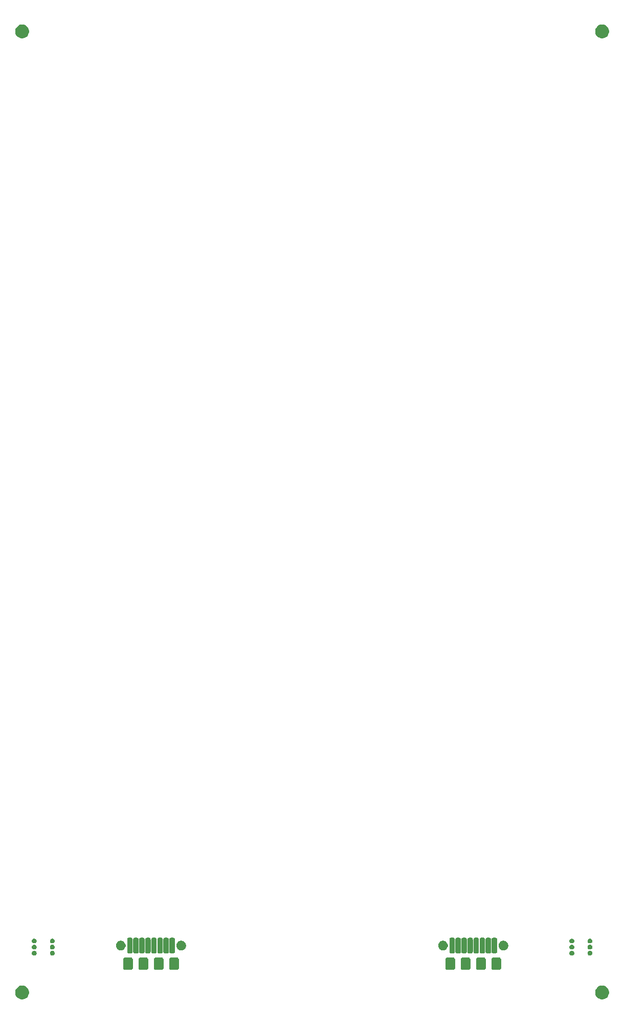
<source format=gbr>
G04 #@! TF.GenerationSoftware,KiCad,Pcbnew,(5.1.2)-2*
G04 #@! TF.CreationDate,2019-11-14T14:10:45+01:00*
G04 #@! TF.ProjectId,INTERFACE,494e5445-5246-4414-9345-2e6b69636164,rev?*
G04 #@! TF.SameCoordinates,Original*
G04 #@! TF.FileFunction,Soldermask,Bot*
G04 #@! TF.FilePolarity,Negative*
%FSLAX46Y46*%
G04 Gerber Fmt 4.6, Leading zero omitted, Abs format (unit mm)*
G04 Created by KiCad (PCBNEW (5.1.2)-2) date 2019-11-14 14:10:45*
%MOMM*%
%LPD*%
G04 APERTURE LIST*
%ADD10C,0.100000*%
G04 APERTURE END LIST*
D10*
G36*
X148335151Y-109895155D02*
G01*
X148544256Y-109981769D01*
X148732445Y-110107513D01*
X148892487Y-110267555D01*
X149018231Y-110455744D01*
X149104845Y-110664849D01*
X149149000Y-110886833D01*
X149149000Y-111113167D01*
X149104845Y-111335151D01*
X149018231Y-111544256D01*
X148892487Y-111732445D01*
X148732445Y-111892487D01*
X148544256Y-112018231D01*
X148335151Y-112104845D01*
X148113167Y-112149000D01*
X147886833Y-112149000D01*
X147664849Y-112104845D01*
X147455744Y-112018231D01*
X147267555Y-111892487D01*
X147107513Y-111732445D01*
X146981769Y-111544256D01*
X146895155Y-111335151D01*
X146851000Y-111113167D01*
X146851000Y-110886833D01*
X146895155Y-110664849D01*
X146981769Y-110455744D01*
X147107513Y-110267555D01*
X147267555Y-110107513D01*
X147455744Y-109981769D01*
X147664849Y-109895155D01*
X147886833Y-109851000D01*
X148113167Y-109851000D01*
X148335151Y-109895155D01*
X148335151Y-109895155D01*
G37*
G36*
X52335151Y-109895155D02*
G01*
X52544256Y-109981769D01*
X52732445Y-110107513D01*
X52892487Y-110267555D01*
X53018231Y-110455744D01*
X53104845Y-110664849D01*
X53149000Y-110886833D01*
X53149000Y-111113167D01*
X53104845Y-111335151D01*
X53018231Y-111544256D01*
X52892487Y-111732445D01*
X52732445Y-111892487D01*
X52544256Y-112018231D01*
X52335151Y-112104845D01*
X52113167Y-112149000D01*
X51886833Y-112149000D01*
X51664849Y-112104845D01*
X51455744Y-112018231D01*
X51267555Y-111892487D01*
X51107513Y-111732445D01*
X50981769Y-111544256D01*
X50895155Y-111335151D01*
X50851000Y-111113167D01*
X50851000Y-110886833D01*
X50895155Y-110664849D01*
X50981769Y-110455744D01*
X51107513Y-110267555D01*
X51267555Y-110107513D01*
X51455744Y-109981769D01*
X51664849Y-109895155D01*
X51886833Y-109851000D01*
X52113167Y-109851000D01*
X52335151Y-109895155D01*
X52335151Y-109895155D01*
G37*
G36*
X72547480Y-105208555D02*
G01*
X72620051Y-105230570D01*
X72686939Y-105266322D01*
X72745565Y-105314435D01*
X72793678Y-105373061D01*
X72829430Y-105439949D01*
X72851445Y-105512520D01*
X72859000Y-105589232D01*
X72859000Y-106910768D01*
X72851445Y-106987480D01*
X72829430Y-107060051D01*
X72793678Y-107126939D01*
X72745565Y-107185565D01*
X72686939Y-107233678D01*
X72620051Y-107269430D01*
X72547480Y-107291445D01*
X72470768Y-107299000D01*
X71649232Y-107299000D01*
X71572520Y-107291445D01*
X71499949Y-107269430D01*
X71433061Y-107233678D01*
X71374435Y-107185565D01*
X71326322Y-107126939D01*
X71290570Y-107060051D01*
X71268555Y-106987480D01*
X71261000Y-106910768D01*
X71261000Y-105589232D01*
X71268555Y-105512520D01*
X71290570Y-105439949D01*
X71326322Y-105373061D01*
X71374435Y-105314435D01*
X71433061Y-105266322D01*
X71499949Y-105230570D01*
X71572520Y-105208555D01*
X71649232Y-105201000D01*
X72470768Y-105201000D01*
X72547480Y-105208555D01*
X72547480Y-105208555D01*
G37*
G36*
X75087480Y-105208555D02*
G01*
X75160051Y-105230570D01*
X75226939Y-105266322D01*
X75285565Y-105314435D01*
X75333678Y-105373061D01*
X75369430Y-105439949D01*
X75391445Y-105512520D01*
X75399000Y-105589232D01*
X75399000Y-106910768D01*
X75391445Y-106987480D01*
X75369430Y-107060051D01*
X75333678Y-107126939D01*
X75285565Y-107185565D01*
X75226939Y-107233678D01*
X75160051Y-107269430D01*
X75087480Y-107291445D01*
X75010768Y-107299000D01*
X74189232Y-107299000D01*
X74112520Y-107291445D01*
X74039949Y-107269430D01*
X73973061Y-107233678D01*
X73914435Y-107185565D01*
X73866322Y-107126939D01*
X73830570Y-107060051D01*
X73808555Y-106987480D01*
X73801000Y-106910768D01*
X73801000Y-105589232D01*
X73808555Y-105512520D01*
X73830570Y-105439949D01*
X73866322Y-105373061D01*
X73914435Y-105314435D01*
X73973061Y-105266322D01*
X74039949Y-105230570D01*
X74112520Y-105208555D01*
X74189232Y-105201000D01*
X75010768Y-105201000D01*
X75087480Y-105208555D01*
X75087480Y-105208555D01*
G37*
G36*
X77627480Y-105208555D02*
G01*
X77700051Y-105230570D01*
X77766939Y-105266322D01*
X77825565Y-105314435D01*
X77873678Y-105373061D01*
X77909430Y-105439949D01*
X77931445Y-105512520D01*
X77939000Y-105589232D01*
X77939000Y-106910768D01*
X77931445Y-106987480D01*
X77909430Y-107060051D01*
X77873678Y-107126939D01*
X77825565Y-107185565D01*
X77766939Y-107233678D01*
X77700051Y-107269430D01*
X77627480Y-107291445D01*
X77550768Y-107299000D01*
X76729232Y-107299000D01*
X76652520Y-107291445D01*
X76579949Y-107269430D01*
X76513061Y-107233678D01*
X76454435Y-107185565D01*
X76406322Y-107126939D01*
X76370570Y-107060051D01*
X76348555Y-106987480D01*
X76341000Y-106910768D01*
X76341000Y-105589232D01*
X76348555Y-105512520D01*
X76370570Y-105439949D01*
X76406322Y-105373061D01*
X76454435Y-105314435D01*
X76513061Y-105266322D01*
X76579949Y-105230570D01*
X76652520Y-105208555D01*
X76729232Y-105201000D01*
X77550768Y-105201000D01*
X77627480Y-105208555D01*
X77627480Y-105208555D01*
G37*
G36*
X123347480Y-105208555D02*
G01*
X123420051Y-105230570D01*
X123486939Y-105266322D01*
X123545565Y-105314435D01*
X123593678Y-105373061D01*
X123629430Y-105439949D01*
X123651445Y-105512520D01*
X123659000Y-105589232D01*
X123659000Y-106910768D01*
X123651445Y-106987480D01*
X123629430Y-107060051D01*
X123593678Y-107126939D01*
X123545565Y-107185565D01*
X123486939Y-107233678D01*
X123420051Y-107269430D01*
X123347480Y-107291445D01*
X123270768Y-107299000D01*
X122449232Y-107299000D01*
X122372520Y-107291445D01*
X122299949Y-107269430D01*
X122233061Y-107233678D01*
X122174435Y-107185565D01*
X122126322Y-107126939D01*
X122090570Y-107060051D01*
X122068555Y-106987480D01*
X122061000Y-106910768D01*
X122061000Y-105589232D01*
X122068555Y-105512520D01*
X122090570Y-105439949D01*
X122126322Y-105373061D01*
X122174435Y-105314435D01*
X122233061Y-105266322D01*
X122299949Y-105230570D01*
X122372520Y-105208555D01*
X122449232Y-105201000D01*
X123270768Y-105201000D01*
X123347480Y-105208555D01*
X123347480Y-105208555D01*
G37*
G36*
X125887480Y-105208555D02*
G01*
X125960051Y-105230570D01*
X126026939Y-105266322D01*
X126085565Y-105314435D01*
X126133678Y-105373061D01*
X126169430Y-105439949D01*
X126191445Y-105512520D01*
X126199000Y-105589232D01*
X126199000Y-106910768D01*
X126191445Y-106987480D01*
X126169430Y-107060051D01*
X126133678Y-107126939D01*
X126085565Y-107185565D01*
X126026939Y-107233678D01*
X125960051Y-107269430D01*
X125887480Y-107291445D01*
X125810768Y-107299000D01*
X124989232Y-107299000D01*
X124912520Y-107291445D01*
X124839949Y-107269430D01*
X124773061Y-107233678D01*
X124714435Y-107185565D01*
X124666322Y-107126939D01*
X124630570Y-107060051D01*
X124608555Y-106987480D01*
X124601000Y-106910768D01*
X124601000Y-105589232D01*
X124608555Y-105512520D01*
X124630570Y-105439949D01*
X124666322Y-105373061D01*
X124714435Y-105314435D01*
X124773061Y-105266322D01*
X124839949Y-105230570D01*
X124912520Y-105208555D01*
X124989232Y-105201000D01*
X125810768Y-105201000D01*
X125887480Y-105208555D01*
X125887480Y-105208555D01*
G37*
G36*
X128427480Y-105208555D02*
G01*
X128500051Y-105230570D01*
X128566939Y-105266322D01*
X128625565Y-105314435D01*
X128673678Y-105373061D01*
X128709430Y-105439949D01*
X128731445Y-105512520D01*
X128739000Y-105589232D01*
X128739000Y-106910768D01*
X128731445Y-106987480D01*
X128709430Y-107060051D01*
X128673678Y-107126939D01*
X128625565Y-107185565D01*
X128566939Y-107233678D01*
X128500051Y-107269430D01*
X128427480Y-107291445D01*
X128350768Y-107299000D01*
X127529232Y-107299000D01*
X127452520Y-107291445D01*
X127379949Y-107269430D01*
X127313061Y-107233678D01*
X127254435Y-107185565D01*
X127206322Y-107126939D01*
X127170570Y-107060051D01*
X127148555Y-106987480D01*
X127141000Y-106910768D01*
X127141000Y-105589232D01*
X127148555Y-105512520D01*
X127170570Y-105439949D01*
X127206322Y-105373061D01*
X127254435Y-105314435D01*
X127313061Y-105266322D01*
X127379949Y-105230570D01*
X127452520Y-105208555D01*
X127529232Y-105201000D01*
X128350768Y-105201000D01*
X128427480Y-105208555D01*
X128427480Y-105208555D01*
G37*
G36*
X130967480Y-105208555D02*
G01*
X131040051Y-105230570D01*
X131106939Y-105266322D01*
X131165565Y-105314435D01*
X131213678Y-105373061D01*
X131249430Y-105439949D01*
X131271445Y-105512520D01*
X131279000Y-105589232D01*
X131279000Y-106910768D01*
X131271445Y-106987480D01*
X131249430Y-107060051D01*
X131213678Y-107126939D01*
X131165565Y-107185565D01*
X131106939Y-107233678D01*
X131040051Y-107269430D01*
X130967480Y-107291445D01*
X130890768Y-107299000D01*
X130069232Y-107299000D01*
X129992520Y-107291445D01*
X129919949Y-107269430D01*
X129853061Y-107233678D01*
X129794435Y-107185565D01*
X129746322Y-107126939D01*
X129710570Y-107060051D01*
X129688555Y-106987480D01*
X129681000Y-106910768D01*
X129681000Y-105589232D01*
X129688555Y-105512520D01*
X129710570Y-105439949D01*
X129746322Y-105373061D01*
X129794435Y-105314435D01*
X129853061Y-105266322D01*
X129919949Y-105230570D01*
X129992520Y-105208555D01*
X130069232Y-105201000D01*
X130890768Y-105201000D01*
X130967480Y-105208555D01*
X130967480Y-105208555D01*
G37*
G36*
X70007480Y-105208555D02*
G01*
X70080051Y-105230570D01*
X70146939Y-105266322D01*
X70205565Y-105314435D01*
X70253678Y-105373061D01*
X70289430Y-105439949D01*
X70311445Y-105512520D01*
X70319000Y-105589232D01*
X70319000Y-106910768D01*
X70311445Y-106987480D01*
X70289430Y-107060051D01*
X70253678Y-107126939D01*
X70205565Y-107185565D01*
X70146939Y-107233678D01*
X70080051Y-107269430D01*
X70007480Y-107291445D01*
X69930768Y-107299000D01*
X69109232Y-107299000D01*
X69032520Y-107291445D01*
X68959949Y-107269430D01*
X68893061Y-107233678D01*
X68834435Y-107185565D01*
X68786322Y-107126939D01*
X68750570Y-107060051D01*
X68728555Y-106987480D01*
X68721000Y-106910768D01*
X68721000Y-105589232D01*
X68728555Y-105512520D01*
X68750570Y-105439949D01*
X68786322Y-105373061D01*
X68834435Y-105314435D01*
X68893061Y-105266322D01*
X68959949Y-105230570D01*
X69032520Y-105208555D01*
X69109232Y-105201000D01*
X69930768Y-105201000D01*
X70007480Y-105208555D01*
X70007480Y-105208555D01*
G37*
G36*
X143116384Y-104116333D02*
G01*
X143188998Y-104146410D01*
X143254348Y-104190076D01*
X143309924Y-104245652D01*
X143353590Y-104311002D01*
X143383667Y-104383616D01*
X143399000Y-104460702D01*
X143399000Y-104539298D01*
X143383667Y-104616384D01*
X143353590Y-104688998D01*
X143309924Y-104754348D01*
X143254348Y-104809924D01*
X143188998Y-104853590D01*
X143116384Y-104883667D01*
X143039298Y-104899000D01*
X142960702Y-104899000D01*
X142883616Y-104883667D01*
X142811002Y-104853590D01*
X142745652Y-104809924D01*
X142690076Y-104754348D01*
X142646410Y-104688998D01*
X142616333Y-104616384D01*
X142601000Y-104539298D01*
X142601000Y-104460702D01*
X142616333Y-104383616D01*
X142646410Y-104311002D01*
X142690076Y-104245652D01*
X142745652Y-104190076D01*
X142811002Y-104146410D01*
X142883616Y-104116333D01*
X142960702Y-104101000D01*
X143039298Y-104101000D01*
X143116384Y-104116333D01*
X143116384Y-104116333D01*
G37*
G36*
X57116384Y-104116333D02*
G01*
X57188998Y-104146410D01*
X57254348Y-104190076D01*
X57309924Y-104245652D01*
X57353590Y-104311002D01*
X57383667Y-104383616D01*
X57399000Y-104460702D01*
X57399000Y-104539298D01*
X57383667Y-104616384D01*
X57353590Y-104688998D01*
X57309924Y-104754348D01*
X57254348Y-104809924D01*
X57188998Y-104853590D01*
X57116384Y-104883667D01*
X57039298Y-104899000D01*
X56960702Y-104899000D01*
X56883616Y-104883667D01*
X56811002Y-104853590D01*
X56745652Y-104809924D01*
X56690076Y-104754348D01*
X56646410Y-104688998D01*
X56616333Y-104616384D01*
X56601000Y-104539298D01*
X56601000Y-104460702D01*
X56616333Y-104383616D01*
X56646410Y-104311002D01*
X56690076Y-104245652D01*
X56745652Y-104190076D01*
X56811002Y-104146410D01*
X56883616Y-104116333D01*
X56960702Y-104101000D01*
X57039298Y-104101000D01*
X57116384Y-104116333D01*
X57116384Y-104116333D01*
G37*
G36*
X146116384Y-104116333D02*
G01*
X146188998Y-104146410D01*
X146254348Y-104190076D01*
X146309924Y-104245652D01*
X146353590Y-104311002D01*
X146383667Y-104383616D01*
X146399000Y-104460702D01*
X146399000Y-104539298D01*
X146383667Y-104616384D01*
X146353590Y-104688998D01*
X146309924Y-104754348D01*
X146254348Y-104809924D01*
X146188998Y-104853590D01*
X146116384Y-104883667D01*
X146039298Y-104899000D01*
X145960702Y-104899000D01*
X145883616Y-104883667D01*
X145811002Y-104853590D01*
X145745652Y-104809924D01*
X145690076Y-104754348D01*
X145646410Y-104688998D01*
X145616333Y-104616384D01*
X145601000Y-104539298D01*
X145601000Y-104460702D01*
X145616333Y-104383616D01*
X145646410Y-104311002D01*
X145690076Y-104245652D01*
X145745652Y-104190076D01*
X145811002Y-104146410D01*
X145883616Y-104116333D01*
X145960702Y-104101000D01*
X146039298Y-104101000D01*
X146116384Y-104116333D01*
X146116384Y-104116333D01*
G37*
G36*
X54116384Y-104116333D02*
G01*
X54188998Y-104146410D01*
X54254348Y-104190076D01*
X54309924Y-104245652D01*
X54353590Y-104311002D01*
X54383667Y-104383616D01*
X54399000Y-104460702D01*
X54399000Y-104539298D01*
X54383667Y-104616384D01*
X54353590Y-104688998D01*
X54309924Y-104754348D01*
X54254348Y-104809924D01*
X54188998Y-104853590D01*
X54116384Y-104883667D01*
X54039298Y-104899000D01*
X53960702Y-104899000D01*
X53883616Y-104883667D01*
X53811002Y-104853590D01*
X53745652Y-104809924D01*
X53690076Y-104754348D01*
X53646410Y-104688998D01*
X53616333Y-104616384D01*
X53601000Y-104539298D01*
X53601000Y-104460702D01*
X53616333Y-104383616D01*
X53646410Y-104311002D01*
X53690076Y-104245652D01*
X53745652Y-104190076D01*
X53811002Y-104146410D01*
X53883616Y-104116333D01*
X53960702Y-104101000D01*
X54039298Y-104101000D01*
X54116384Y-104116333D01*
X54116384Y-104116333D01*
G37*
G36*
X70061030Y-101956322D02*
G01*
X70111799Y-101971723D01*
X70158590Y-101996733D01*
X70199606Y-102030394D01*
X70233267Y-102071410D01*
X70258277Y-102118201D01*
X70273678Y-102168970D01*
X70279000Y-102223008D01*
X70279000Y-104276992D01*
X70273678Y-104331030D01*
X70258277Y-104381799D01*
X70233267Y-104428590D01*
X70199606Y-104469606D01*
X70158590Y-104503267D01*
X70111799Y-104528277D01*
X70061030Y-104543678D01*
X70006992Y-104549000D01*
X69653008Y-104549000D01*
X69598970Y-104543678D01*
X69548201Y-104528277D01*
X69501410Y-104503267D01*
X69460394Y-104469606D01*
X69426733Y-104428590D01*
X69401723Y-104381799D01*
X69386322Y-104331030D01*
X69381000Y-104276992D01*
X69381000Y-102223008D01*
X69386322Y-102168970D01*
X69401723Y-102118201D01*
X69426733Y-102071410D01*
X69460394Y-102030394D01*
X69501410Y-101996733D01*
X69548201Y-101971723D01*
X69598970Y-101956322D01*
X69653008Y-101951000D01*
X70006992Y-101951000D01*
X70061030Y-101956322D01*
X70061030Y-101956322D01*
G37*
G36*
X71061030Y-101956322D02*
G01*
X71111799Y-101971723D01*
X71158590Y-101996733D01*
X71199606Y-102030394D01*
X71233267Y-102071410D01*
X71258277Y-102118201D01*
X71273678Y-102168970D01*
X71279000Y-102223008D01*
X71279000Y-104276992D01*
X71273678Y-104331030D01*
X71258277Y-104381799D01*
X71233267Y-104428590D01*
X71199606Y-104469606D01*
X71158590Y-104503267D01*
X71111799Y-104528277D01*
X71061030Y-104543678D01*
X71006992Y-104549000D01*
X70653008Y-104549000D01*
X70598970Y-104543678D01*
X70548201Y-104528277D01*
X70501410Y-104503267D01*
X70460394Y-104469606D01*
X70426733Y-104428590D01*
X70401723Y-104381799D01*
X70386322Y-104331030D01*
X70381000Y-104276992D01*
X70381000Y-102223008D01*
X70386322Y-102168970D01*
X70401723Y-102118201D01*
X70426733Y-102071410D01*
X70460394Y-102030394D01*
X70501410Y-101996733D01*
X70548201Y-101971723D01*
X70598970Y-101956322D01*
X70653008Y-101951000D01*
X71006992Y-101951000D01*
X71061030Y-101956322D01*
X71061030Y-101956322D01*
G37*
G36*
X73061030Y-101956322D02*
G01*
X73111799Y-101971723D01*
X73158590Y-101996733D01*
X73199606Y-102030394D01*
X73233267Y-102071410D01*
X73258277Y-102118201D01*
X73273678Y-102168970D01*
X73279000Y-102223008D01*
X73279000Y-104276992D01*
X73273678Y-104331030D01*
X73258277Y-104381799D01*
X73233267Y-104428590D01*
X73199606Y-104469606D01*
X73158590Y-104503267D01*
X73111799Y-104528277D01*
X73061030Y-104543678D01*
X73006992Y-104549000D01*
X72653008Y-104549000D01*
X72598970Y-104543678D01*
X72548201Y-104528277D01*
X72501410Y-104503267D01*
X72460394Y-104469606D01*
X72426733Y-104428590D01*
X72401723Y-104381799D01*
X72386322Y-104331030D01*
X72381000Y-104276992D01*
X72381000Y-102223008D01*
X72386322Y-102168970D01*
X72401723Y-102118201D01*
X72426733Y-102071410D01*
X72460394Y-102030394D01*
X72501410Y-101996733D01*
X72548201Y-101971723D01*
X72598970Y-101956322D01*
X72653008Y-101951000D01*
X73006992Y-101951000D01*
X73061030Y-101956322D01*
X73061030Y-101956322D01*
G37*
G36*
X74061030Y-101956322D02*
G01*
X74111799Y-101971723D01*
X74158590Y-101996733D01*
X74199606Y-102030394D01*
X74233267Y-102071410D01*
X74258277Y-102118201D01*
X74273678Y-102168970D01*
X74279000Y-102223008D01*
X74279000Y-104276992D01*
X74273678Y-104331030D01*
X74258277Y-104381799D01*
X74233267Y-104428590D01*
X74199606Y-104469606D01*
X74158590Y-104503267D01*
X74111799Y-104528277D01*
X74061030Y-104543678D01*
X74006992Y-104549000D01*
X73653008Y-104549000D01*
X73598970Y-104543678D01*
X73548201Y-104528277D01*
X73501410Y-104503267D01*
X73460394Y-104469606D01*
X73426733Y-104428590D01*
X73401723Y-104381799D01*
X73386322Y-104331030D01*
X73381000Y-104276992D01*
X73381000Y-102223008D01*
X73386322Y-102168970D01*
X73401723Y-102118201D01*
X73426733Y-102071410D01*
X73460394Y-102030394D01*
X73501410Y-101996733D01*
X73548201Y-101971723D01*
X73598970Y-101956322D01*
X73653008Y-101951000D01*
X74006992Y-101951000D01*
X74061030Y-101956322D01*
X74061030Y-101956322D01*
G37*
G36*
X75061030Y-101956322D02*
G01*
X75111799Y-101971723D01*
X75158590Y-101996733D01*
X75199606Y-102030394D01*
X75233267Y-102071410D01*
X75258277Y-102118201D01*
X75273678Y-102168970D01*
X75279000Y-102223008D01*
X75279000Y-104276992D01*
X75273678Y-104331030D01*
X75258277Y-104381799D01*
X75233267Y-104428590D01*
X75199606Y-104469606D01*
X75158590Y-104503267D01*
X75111799Y-104528277D01*
X75061030Y-104543678D01*
X75006992Y-104549000D01*
X74653008Y-104549000D01*
X74598970Y-104543678D01*
X74548201Y-104528277D01*
X74501410Y-104503267D01*
X74460394Y-104469606D01*
X74426733Y-104428590D01*
X74401723Y-104381799D01*
X74386322Y-104331030D01*
X74381000Y-104276992D01*
X74381000Y-102223008D01*
X74386322Y-102168970D01*
X74401723Y-102118201D01*
X74426733Y-102071410D01*
X74460394Y-102030394D01*
X74501410Y-101996733D01*
X74548201Y-101971723D01*
X74598970Y-101956322D01*
X74653008Y-101951000D01*
X75006992Y-101951000D01*
X75061030Y-101956322D01*
X75061030Y-101956322D01*
G37*
G36*
X76061030Y-101956322D02*
G01*
X76111799Y-101971723D01*
X76158590Y-101996733D01*
X76199606Y-102030394D01*
X76233267Y-102071410D01*
X76258277Y-102118201D01*
X76273678Y-102168970D01*
X76279000Y-102223008D01*
X76279000Y-104276992D01*
X76273678Y-104331030D01*
X76258277Y-104381799D01*
X76233267Y-104428590D01*
X76199606Y-104469606D01*
X76158590Y-104503267D01*
X76111799Y-104528277D01*
X76061030Y-104543678D01*
X76006992Y-104549000D01*
X75653008Y-104549000D01*
X75598970Y-104543678D01*
X75548201Y-104528277D01*
X75501410Y-104503267D01*
X75460394Y-104469606D01*
X75426733Y-104428590D01*
X75401723Y-104381799D01*
X75386322Y-104331030D01*
X75381000Y-104276992D01*
X75381000Y-102223008D01*
X75386322Y-102168970D01*
X75401723Y-102118201D01*
X75426733Y-102071410D01*
X75460394Y-102030394D01*
X75501410Y-101996733D01*
X75548201Y-101971723D01*
X75598970Y-101956322D01*
X75653008Y-101951000D01*
X76006992Y-101951000D01*
X76061030Y-101956322D01*
X76061030Y-101956322D01*
G37*
G36*
X128401030Y-101956322D02*
G01*
X128451799Y-101971723D01*
X128498590Y-101996733D01*
X128539606Y-102030394D01*
X128573267Y-102071410D01*
X128598277Y-102118201D01*
X128613678Y-102168970D01*
X128619000Y-102223008D01*
X128619000Y-104276992D01*
X128613678Y-104331030D01*
X128598277Y-104381799D01*
X128573267Y-104428590D01*
X128539606Y-104469606D01*
X128498590Y-104503267D01*
X128451799Y-104528277D01*
X128401030Y-104543678D01*
X128346992Y-104549000D01*
X127993008Y-104549000D01*
X127938970Y-104543678D01*
X127888201Y-104528277D01*
X127841410Y-104503267D01*
X127800394Y-104469606D01*
X127766733Y-104428590D01*
X127741723Y-104381799D01*
X127726322Y-104331030D01*
X127721000Y-104276992D01*
X127721000Y-102223008D01*
X127726322Y-102168970D01*
X127741723Y-102118201D01*
X127766733Y-102071410D01*
X127800394Y-102030394D01*
X127841410Y-101996733D01*
X127888201Y-101971723D01*
X127938970Y-101956322D01*
X127993008Y-101951000D01*
X128346992Y-101951000D01*
X128401030Y-101956322D01*
X128401030Y-101956322D01*
G37*
G36*
X129401030Y-101956322D02*
G01*
X129451799Y-101971723D01*
X129498590Y-101996733D01*
X129539606Y-102030394D01*
X129573267Y-102071410D01*
X129598277Y-102118201D01*
X129613678Y-102168970D01*
X129619000Y-102223008D01*
X129619000Y-104276992D01*
X129613678Y-104331030D01*
X129598277Y-104381799D01*
X129573267Y-104428590D01*
X129539606Y-104469606D01*
X129498590Y-104503267D01*
X129451799Y-104528277D01*
X129401030Y-104543678D01*
X129346992Y-104549000D01*
X128993008Y-104549000D01*
X128938970Y-104543678D01*
X128888201Y-104528277D01*
X128841410Y-104503267D01*
X128800394Y-104469606D01*
X128766733Y-104428590D01*
X128741723Y-104381799D01*
X128726322Y-104331030D01*
X128721000Y-104276992D01*
X128721000Y-102223008D01*
X128726322Y-102168970D01*
X128741723Y-102118201D01*
X128766733Y-102071410D01*
X128800394Y-102030394D01*
X128841410Y-101996733D01*
X128888201Y-101971723D01*
X128938970Y-101956322D01*
X128993008Y-101951000D01*
X129346992Y-101951000D01*
X129401030Y-101956322D01*
X129401030Y-101956322D01*
G37*
G36*
X127401030Y-101956322D02*
G01*
X127451799Y-101971723D01*
X127498590Y-101996733D01*
X127539606Y-102030394D01*
X127573267Y-102071410D01*
X127598277Y-102118201D01*
X127613678Y-102168970D01*
X127619000Y-102223008D01*
X127619000Y-104276992D01*
X127613678Y-104331030D01*
X127598277Y-104381799D01*
X127573267Y-104428590D01*
X127539606Y-104469606D01*
X127498590Y-104503267D01*
X127451799Y-104528277D01*
X127401030Y-104543678D01*
X127346992Y-104549000D01*
X126993008Y-104549000D01*
X126938970Y-104543678D01*
X126888201Y-104528277D01*
X126841410Y-104503267D01*
X126800394Y-104469606D01*
X126766733Y-104428590D01*
X126741723Y-104381799D01*
X126726322Y-104331030D01*
X126721000Y-104276992D01*
X126721000Y-102223008D01*
X126726322Y-102168970D01*
X126741723Y-102118201D01*
X126766733Y-102071410D01*
X126800394Y-102030394D01*
X126841410Y-101996733D01*
X126888201Y-101971723D01*
X126938970Y-101956322D01*
X126993008Y-101951000D01*
X127346992Y-101951000D01*
X127401030Y-101956322D01*
X127401030Y-101956322D01*
G37*
G36*
X126401030Y-101956322D02*
G01*
X126451799Y-101971723D01*
X126498590Y-101996733D01*
X126539606Y-102030394D01*
X126573267Y-102071410D01*
X126598277Y-102118201D01*
X126613678Y-102168970D01*
X126619000Y-102223008D01*
X126619000Y-104276992D01*
X126613678Y-104331030D01*
X126598277Y-104381799D01*
X126573267Y-104428590D01*
X126539606Y-104469606D01*
X126498590Y-104503267D01*
X126451799Y-104528277D01*
X126401030Y-104543678D01*
X126346992Y-104549000D01*
X125993008Y-104549000D01*
X125938970Y-104543678D01*
X125888201Y-104528277D01*
X125841410Y-104503267D01*
X125800394Y-104469606D01*
X125766733Y-104428590D01*
X125741723Y-104381799D01*
X125726322Y-104331030D01*
X125721000Y-104276992D01*
X125721000Y-102223008D01*
X125726322Y-102168970D01*
X125741723Y-102118201D01*
X125766733Y-102071410D01*
X125800394Y-102030394D01*
X125841410Y-101996733D01*
X125888201Y-101971723D01*
X125938970Y-101956322D01*
X125993008Y-101951000D01*
X126346992Y-101951000D01*
X126401030Y-101956322D01*
X126401030Y-101956322D01*
G37*
G36*
X125401030Y-101956322D02*
G01*
X125451799Y-101971723D01*
X125498590Y-101996733D01*
X125539606Y-102030394D01*
X125573267Y-102071410D01*
X125598277Y-102118201D01*
X125613678Y-102168970D01*
X125619000Y-102223008D01*
X125619000Y-104276992D01*
X125613678Y-104331030D01*
X125598277Y-104381799D01*
X125573267Y-104428590D01*
X125539606Y-104469606D01*
X125498590Y-104503267D01*
X125451799Y-104528277D01*
X125401030Y-104543678D01*
X125346992Y-104549000D01*
X124993008Y-104549000D01*
X124938970Y-104543678D01*
X124888201Y-104528277D01*
X124841410Y-104503267D01*
X124800394Y-104469606D01*
X124766733Y-104428590D01*
X124741723Y-104381799D01*
X124726322Y-104331030D01*
X124721000Y-104276992D01*
X124721000Y-102223008D01*
X124726322Y-102168970D01*
X124741723Y-102118201D01*
X124766733Y-102071410D01*
X124800394Y-102030394D01*
X124841410Y-101996733D01*
X124888201Y-101971723D01*
X124938970Y-101956322D01*
X124993008Y-101951000D01*
X125346992Y-101951000D01*
X125401030Y-101956322D01*
X125401030Y-101956322D01*
G37*
G36*
X124401030Y-101956322D02*
G01*
X124451799Y-101971723D01*
X124498590Y-101996733D01*
X124539606Y-102030394D01*
X124573267Y-102071410D01*
X124598277Y-102118201D01*
X124613678Y-102168970D01*
X124619000Y-102223008D01*
X124619000Y-104276992D01*
X124613678Y-104331030D01*
X124598277Y-104381799D01*
X124573267Y-104428590D01*
X124539606Y-104469606D01*
X124498590Y-104503267D01*
X124451799Y-104528277D01*
X124401030Y-104543678D01*
X124346992Y-104549000D01*
X123993008Y-104549000D01*
X123938970Y-104543678D01*
X123888201Y-104528277D01*
X123841410Y-104503267D01*
X123800394Y-104469606D01*
X123766733Y-104428590D01*
X123741723Y-104381799D01*
X123726322Y-104331030D01*
X123721000Y-104276992D01*
X123721000Y-102223008D01*
X123726322Y-102168970D01*
X123741723Y-102118201D01*
X123766733Y-102071410D01*
X123800394Y-102030394D01*
X123841410Y-101996733D01*
X123888201Y-101971723D01*
X123938970Y-101956322D01*
X123993008Y-101951000D01*
X124346992Y-101951000D01*
X124401030Y-101956322D01*
X124401030Y-101956322D01*
G37*
G36*
X72061030Y-101956322D02*
G01*
X72111799Y-101971723D01*
X72158590Y-101996733D01*
X72199606Y-102030394D01*
X72233267Y-102071410D01*
X72258277Y-102118201D01*
X72273678Y-102168970D01*
X72279000Y-102223008D01*
X72279000Y-104276992D01*
X72273678Y-104331030D01*
X72258277Y-104381799D01*
X72233267Y-104428590D01*
X72199606Y-104469606D01*
X72158590Y-104503267D01*
X72111799Y-104528277D01*
X72061030Y-104543678D01*
X72006992Y-104549000D01*
X71653008Y-104549000D01*
X71598970Y-104543678D01*
X71548201Y-104528277D01*
X71501410Y-104503267D01*
X71460394Y-104469606D01*
X71426733Y-104428590D01*
X71401723Y-104381799D01*
X71386322Y-104331030D01*
X71381000Y-104276992D01*
X71381000Y-102223008D01*
X71386322Y-102168970D01*
X71401723Y-102118201D01*
X71426733Y-102071410D01*
X71460394Y-102030394D01*
X71501410Y-101996733D01*
X71548201Y-101971723D01*
X71598970Y-101956322D01*
X71653008Y-101951000D01*
X72006992Y-101951000D01*
X72061030Y-101956322D01*
X72061030Y-101956322D01*
G37*
G36*
X123401030Y-101956322D02*
G01*
X123451799Y-101971723D01*
X123498590Y-101996733D01*
X123539606Y-102030394D01*
X123573267Y-102071410D01*
X123598277Y-102118201D01*
X123613678Y-102168970D01*
X123619000Y-102223008D01*
X123619000Y-104276992D01*
X123613678Y-104331030D01*
X123598277Y-104381799D01*
X123573267Y-104428590D01*
X123539606Y-104469606D01*
X123498590Y-104503267D01*
X123451799Y-104528277D01*
X123401030Y-104543678D01*
X123346992Y-104549000D01*
X122993008Y-104549000D01*
X122938970Y-104543678D01*
X122888201Y-104528277D01*
X122841410Y-104503267D01*
X122800394Y-104469606D01*
X122766733Y-104428590D01*
X122741723Y-104381799D01*
X122726322Y-104331030D01*
X122721000Y-104276992D01*
X122721000Y-102223008D01*
X122726322Y-102168970D01*
X122741723Y-102118201D01*
X122766733Y-102071410D01*
X122800394Y-102030394D01*
X122841410Y-101996733D01*
X122888201Y-101971723D01*
X122938970Y-101956322D01*
X122993008Y-101951000D01*
X123346992Y-101951000D01*
X123401030Y-101956322D01*
X123401030Y-101956322D01*
G37*
G36*
X77061030Y-101956322D02*
G01*
X77111799Y-101971723D01*
X77158590Y-101996733D01*
X77199606Y-102030394D01*
X77233267Y-102071410D01*
X77258277Y-102118201D01*
X77273678Y-102168970D01*
X77279000Y-102223008D01*
X77279000Y-104276992D01*
X77273678Y-104331030D01*
X77258277Y-104381799D01*
X77233267Y-104428590D01*
X77199606Y-104469606D01*
X77158590Y-104503267D01*
X77111799Y-104528277D01*
X77061030Y-104543678D01*
X77006992Y-104549000D01*
X76653008Y-104549000D01*
X76598970Y-104543678D01*
X76548201Y-104528277D01*
X76501410Y-104503267D01*
X76460394Y-104469606D01*
X76426733Y-104428590D01*
X76401723Y-104381799D01*
X76386322Y-104331030D01*
X76381000Y-104276992D01*
X76381000Y-102223008D01*
X76386322Y-102168970D01*
X76401723Y-102118201D01*
X76426733Y-102071410D01*
X76460394Y-102030394D01*
X76501410Y-101996733D01*
X76548201Y-101971723D01*
X76598970Y-101956322D01*
X76653008Y-101951000D01*
X77006992Y-101951000D01*
X77061030Y-101956322D01*
X77061030Y-101956322D01*
G37*
G36*
X130401030Y-101956322D02*
G01*
X130451799Y-101971723D01*
X130498590Y-101996733D01*
X130539606Y-102030394D01*
X130573267Y-102071410D01*
X130598277Y-102118201D01*
X130613678Y-102168970D01*
X130619000Y-102223008D01*
X130619000Y-104276992D01*
X130613678Y-104331030D01*
X130598277Y-104381799D01*
X130573267Y-104428590D01*
X130539606Y-104469606D01*
X130498590Y-104503267D01*
X130451799Y-104528277D01*
X130401030Y-104543678D01*
X130346992Y-104549000D01*
X129993008Y-104549000D01*
X129938970Y-104543678D01*
X129888201Y-104528277D01*
X129841410Y-104503267D01*
X129800394Y-104469606D01*
X129766733Y-104428590D01*
X129741723Y-104381799D01*
X129726322Y-104331030D01*
X129721000Y-104276992D01*
X129721000Y-102223008D01*
X129726322Y-102168970D01*
X129741723Y-102118201D01*
X129766733Y-102071410D01*
X129800394Y-102030394D01*
X129841410Y-101996733D01*
X129888201Y-101971723D01*
X129938970Y-101956322D01*
X129993008Y-101951000D01*
X130346992Y-101951000D01*
X130401030Y-101956322D01*
X130401030Y-101956322D01*
G37*
G36*
X68563060Y-102481705D02*
G01*
X68708468Y-102541935D01*
X68839333Y-102629376D01*
X68950624Y-102740667D01*
X69038065Y-102871532D01*
X69098295Y-103016940D01*
X69129000Y-103171305D01*
X69129000Y-103328695D01*
X69098295Y-103483060D01*
X69038065Y-103628468D01*
X68950624Y-103759333D01*
X68839333Y-103870624D01*
X68708468Y-103958065D01*
X68563060Y-104018295D01*
X68408695Y-104049000D01*
X68251305Y-104049000D01*
X68096940Y-104018295D01*
X67951532Y-103958065D01*
X67820667Y-103870624D01*
X67709376Y-103759333D01*
X67621935Y-103628468D01*
X67561705Y-103483060D01*
X67531000Y-103328695D01*
X67531000Y-103171305D01*
X67561705Y-103016940D01*
X67621935Y-102871532D01*
X67709376Y-102740667D01*
X67820667Y-102629376D01*
X67951532Y-102541935D01*
X68096940Y-102481705D01*
X68251305Y-102451000D01*
X68408695Y-102451000D01*
X68563060Y-102481705D01*
X68563060Y-102481705D01*
G37*
G36*
X78563060Y-102481705D02*
G01*
X78708468Y-102541935D01*
X78839333Y-102629376D01*
X78950624Y-102740667D01*
X79038065Y-102871532D01*
X79098295Y-103016940D01*
X79129000Y-103171305D01*
X79129000Y-103328695D01*
X79098295Y-103483060D01*
X79038065Y-103628468D01*
X78950624Y-103759333D01*
X78839333Y-103870624D01*
X78708468Y-103958065D01*
X78563060Y-104018295D01*
X78408695Y-104049000D01*
X78251305Y-104049000D01*
X78096940Y-104018295D01*
X77951532Y-103958065D01*
X77820667Y-103870624D01*
X77709376Y-103759333D01*
X77621935Y-103628468D01*
X77561705Y-103483060D01*
X77531000Y-103328695D01*
X77531000Y-103171305D01*
X77561705Y-103016940D01*
X77621935Y-102871532D01*
X77709376Y-102740667D01*
X77820667Y-102629376D01*
X77951532Y-102541935D01*
X78096940Y-102481705D01*
X78251305Y-102451000D01*
X78408695Y-102451000D01*
X78563060Y-102481705D01*
X78563060Y-102481705D01*
G37*
G36*
X121903060Y-102481705D02*
G01*
X122048468Y-102541935D01*
X122179333Y-102629376D01*
X122290624Y-102740667D01*
X122378065Y-102871532D01*
X122438295Y-103016940D01*
X122469000Y-103171305D01*
X122469000Y-103328695D01*
X122438295Y-103483060D01*
X122378065Y-103628468D01*
X122290624Y-103759333D01*
X122179333Y-103870624D01*
X122048468Y-103958065D01*
X121903060Y-104018295D01*
X121748695Y-104049000D01*
X121591305Y-104049000D01*
X121436940Y-104018295D01*
X121291532Y-103958065D01*
X121160667Y-103870624D01*
X121049376Y-103759333D01*
X120961935Y-103628468D01*
X120901705Y-103483060D01*
X120871000Y-103328695D01*
X120871000Y-103171305D01*
X120901705Y-103016940D01*
X120961935Y-102871532D01*
X121049376Y-102740667D01*
X121160667Y-102629376D01*
X121291532Y-102541935D01*
X121436940Y-102481705D01*
X121591305Y-102451000D01*
X121748695Y-102451000D01*
X121903060Y-102481705D01*
X121903060Y-102481705D01*
G37*
G36*
X131903060Y-102481705D02*
G01*
X132048468Y-102541935D01*
X132179333Y-102629376D01*
X132290624Y-102740667D01*
X132378065Y-102871532D01*
X132438295Y-103016940D01*
X132469000Y-103171305D01*
X132469000Y-103328695D01*
X132438295Y-103483060D01*
X132378065Y-103628468D01*
X132290624Y-103759333D01*
X132179333Y-103870624D01*
X132048468Y-103958065D01*
X131903060Y-104018295D01*
X131748695Y-104049000D01*
X131591305Y-104049000D01*
X131436940Y-104018295D01*
X131291532Y-103958065D01*
X131160667Y-103870624D01*
X131049376Y-103759333D01*
X130961935Y-103628468D01*
X130901705Y-103483060D01*
X130871000Y-103328695D01*
X130871000Y-103171305D01*
X130901705Y-103016940D01*
X130961935Y-102871532D01*
X131049376Y-102740667D01*
X131160667Y-102629376D01*
X131291532Y-102541935D01*
X131436940Y-102481705D01*
X131591305Y-102451000D01*
X131748695Y-102451000D01*
X131903060Y-102481705D01*
X131903060Y-102481705D01*
G37*
G36*
X54116384Y-103116333D02*
G01*
X54188998Y-103146410D01*
X54254348Y-103190076D01*
X54309924Y-103245652D01*
X54353590Y-103311002D01*
X54383667Y-103383616D01*
X54399000Y-103460702D01*
X54399000Y-103539298D01*
X54383667Y-103616384D01*
X54353590Y-103688998D01*
X54309924Y-103754348D01*
X54254348Y-103809924D01*
X54188998Y-103853590D01*
X54116384Y-103883667D01*
X54039298Y-103899000D01*
X53960702Y-103899000D01*
X53883616Y-103883667D01*
X53811002Y-103853590D01*
X53745652Y-103809924D01*
X53690076Y-103754348D01*
X53646410Y-103688998D01*
X53616333Y-103616384D01*
X53601000Y-103539298D01*
X53601000Y-103460702D01*
X53616333Y-103383616D01*
X53646410Y-103311002D01*
X53690076Y-103245652D01*
X53745652Y-103190076D01*
X53811002Y-103146410D01*
X53883616Y-103116333D01*
X53960702Y-103101000D01*
X54039298Y-103101000D01*
X54116384Y-103116333D01*
X54116384Y-103116333D01*
G37*
G36*
X57116384Y-103116333D02*
G01*
X57188998Y-103146410D01*
X57254348Y-103190076D01*
X57309924Y-103245652D01*
X57353590Y-103311002D01*
X57383667Y-103383616D01*
X57399000Y-103460702D01*
X57399000Y-103539298D01*
X57383667Y-103616384D01*
X57353590Y-103688998D01*
X57309924Y-103754348D01*
X57254348Y-103809924D01*
X57188998Y-103853590D01*
X57116384Y-103883667D01*
X57039298Y-103899000D01*
X56960702Y-103899000D01*
X56883616Y-103883667D01*
X56811002Y-103853590D01*
X56745652Y-103809924D01*
X56690076Y-103754348D01*
X56646410Y-103688998D01*
X56616333Y-103616384D01*
X56601000Y-103539298D01*
X56601000Y-103460702D01*
X56616333Y-103383616D01*
X56646410Y-103311002D01*
X56690076Y-103245652D01*
X56745652Y-103190076D01*
X56811002Y-103146410D01*
X56883616Y-103116333D01*
X56960702Y-103101000D01*
X57039298Y-103101000D01*
X57116384Y-103116333D01*
X57116384Y-103116333D01*
G37*
G36*
X143116384Y-103116333D02*
G01*
X143188998Y-103146410D01*
X143254348Y-103190076D01*
X143309924Y-103245652D01*
X143353590Y-103311002D01*
X143383667Y-103383616D01*
X143399000Y-103460702D01*
X143399000Y-103539298D01*
X143383667Y-103616384D01*
X143353590Y-103688998D01*
X143309924Y-103754348D01*
X143254348Y-103809924D01*
X143188998Y-103853590D01*
X143116384Y-103883667D01*
X143039298Y-103899000D01*
X142960702Y-103899000D01*
X142883616Y-103883667D01*
X142811002Y-103853590D01*
X142745652Y-103809924D01*
X142690076Y-103754348D01*
X142646410Y-103688998D01*
X142616333Y-103616384D01*
X142601000Y-103539298D01*
X142601000Y-103460702D01*
X142616333Y-103383616D01*
X142646410Y-103311002D01*
X142690076Y-103245652D01*
X142745652Y-103190076D01*
X142811002Y-103146410D01*
X142883616Y-103116333D01*
X142960702Y-103101000D01*
X143039298Y-103101000D01*
X143116384Y-103116333D01*
X143116384Y-103116333D01*
G37*
G36*
X146116384Y-103116333D02*
G01*
X146188998Y-103146410D01*
X146254348Y-103190076D01*
X146309924Y-103245652D01*
X146353590Y-103311002D01*
X146383667Y-103383616D01*
X146399000Y-103460702D01*
X146399000Y-103539298D01*
X146383667Y-103616384D01*
X146353590Y-103688998D01*
X146309924Y-103754348D01*
X146254348Y-103809924D01*
X146188998Y-103853590D01*
X146116384Y-103883667D01*
X146039298Y-103899000D01*
X145960702Y-103899000D01*
X145883616Y-103883667D01*
X145811002Y-103853590D01*
X145745652Y-103809924D01*
X145690076Y-103754348D01*
X145646410Y-103688998D01*
X145616333Y-103616384D01*
X145601000Y-103539298D01*
X145601000Y-103460702D01*
X145616333Y-103383616D01*
X145646410Y-103311002D01*
X145690076Y-103245652D01*
X145745652Y-103190076D01*
X145811002Y-103146410D01*
X145883616Y-103116333D01*
X145960702Y-103101000D01*
X146039298Y-103101000D01*
X146116384Y-103116333D01*
X146116384Y-103116333D01*
G37*
G36*
X57116384Y-102116333D02*
G01*
X57188998Y-102146410D01*
X57254348Y-102190076D01*
X57309924Y-102245652D01*
X57353590Y-102311002D01*
X57383667Y-102383616D01*
X57399000Y-102460702D01*
X57399000Y-102539298D01*
X57383667Y-102616384D01*
X57353590Y-102688998D01*
X57309924Y-102754348D01*
X57254348Y-102809924D01*
X57188998Y-102853590D01*
X57116384Y-102883667D01*
X57039298Y-102899000D01*
X56960702Y-102899000D01*
X56883616Y-102883667D01*
X56811002Y-102853590D01*
X56745652Y-102809924D01*
X56690076Y-102754348D01*
X56646410Y-102688998D01*
X56616333Y-102616384D01*
X56601000Y-102539298D01*
X56601000Y-102460702D01*
X56616333Y-102383616D01*
X56646410Y-102311002D01*
X56690076Y-102245652D01*
X56745652Y-102190076D01*
X56811002Y-102146410D01*
X56883616Y-102116333D01*
X56960702Y-102101000D01*
X57039298Y-102101000D01*
X57116384Y-102116333D01*
X57116384Y-102116333D01*
G37*
G36*
X54116384Y-102116333D02*
G01*
X54188998Y-102146410D01*
X54254348Y-102190076D01*
X54309924Y-102245652D01*
X54353590Y-102311002D01*
X54383667Y-102383616D01*
X54399000Y-102460702D01*
X54399000Y-102539298D01*
X54383667Y-102616384D01*
X54353590Y-102688998D01*
X54309924Y-102754348D01*
X54254348Y-102809924D01*
X54188998Y-102853590D01*
X54116384Y-102883667D01*
X54039298Y-102899000D01*
X53960702Y-102899000D01*
X53883616Y-102883667D01*
X53811002Y-102853590D01*
X53745652Y-102809924D01*
X53690076Y-102754348D01*
X53646410Y-102688998D01*
X53616333Y-102616384D01*
X53601000Y-102539298D01*
X53601000Y-102460702D01*
X53616333Y-102383616D01*
X53646410Y-102311002D01*
X53690076Y-102245652D01*
X53745652Y-102190076D01*
X53811002Y-102146410D01*
X53883616Y-102116333D01*
X53960702Y-102101000D01*
X54039298Y-102101000D01*
X54116384Y-102116333D01*
X54116384Y-102116333D01*
G37*
G36*
X146116384Y-102116333D02*
G01*
X146188998Y-102146410D01*
X146254348Y-102190076D01*
X146309924Y-102245652D01*
X146353590Y-102311002D01*
X146383667Y-102383616D01*
X146399000Y-102460702D01*
X146399000Y-102539298D01*
X146383667Y-102616384D01*
X146353590Y-102688998D01*
X146309924Y-102754348D01*
X146254348Y-102809924D01*
X146188998Y-102853590D01*
X146116384Y-102883667D01*
X146039298Y-102899000D01*
X145960702Y-102899000D01*
X145883616Y-102883667D01*
X145811002Y-102853590D01*
X145745652Y-102809924D01*
X145690076Y-102754348D01*
X145646410Y-102688998D01*
X145616333Y-102616384D01*
X145601000Y-102539298D01*
X145601000Y-102460702D01*
X145616333Y-102383616D01*
X145646410Y-102311002D01*
X145690076Y-102245652D01*
X145745652Y-102190076D01*
X145811002Y-102146410D01*
X145883616Y-102116333D01*
X145960702Y-102101000D01*
X146039298Y-102101000D01*
X146116384Y-102116333D01*
X146116384Y-102116333D01*
G37*
G36*
X143116384Y-102116333D02*
G01*
X143188998Y-102146410D01*
X143254348Y-102190076D01*
X143309924Y-102245652D01*
X143353590Y-102311002D01*
X143383667Y-102383616D01*
X143399000Y-102460702D01*
X143399000Y-102539298D01*
X143383667Y-102616384D01*
X143353590Y-102688998D01*
X143309924Y-102754348D01*
X143254348Y-102809924D01*
X143188998Y-102853590D01*
X143116384Y-102883667D01*
X143039298Y-102899000D01*
X142960702Y-102899000D01*
X142883616Y-102883667D01*
X142811002Y-102853590D01*
X142745652Y-102809924D01*
X142690076Y-102754348D01*
X142646410Y-102688998D01*
X142616333Y-102616384D01*
X142601000Y-102539298D01*
X142601000Y-102460702D01*
X142616333Y-102383616D01*
X142646410Y-102311002D01*
X142690076Y-102245652D01*
X142745652Y-102190076D01*
X142811002Y-102146410D01*
X142883616Y-102116333D01*
X142960702Y-102101000D01*
X143039298Y-102101000D01*
X143116384Y-102116333D01*
X143116384Y-102116333D01*
G37*
G36*
X52335151Y49104845D02*
G01*
X52544256Y49018231D01*
X52732445Y48892487D01*
X52892487Y48732445D01*
X53018231Y48544256D01*
X53104845Y48335151D01*
X53149000Y48113167D01*
X53149000Y47886833D01*
X53104845Y47664849D01*
X53018231Y47455744D01*
X52892487Y47267555D01*
X52732445Y47107513D01*
X52544256Y46981769D01*
X52335151Y46895155D01*
X52113167Y46851000D01*
X51886833Y46851000D01*
X51664849Y46895155D01*
X51455744Y46981769D01*
X51267555Y47107513D01*
X51107513Y47267555D01*
X50981769Y47455744D01*
X50895155Y47664849D01*
X50851000Y47886833D01*
X50851000Y48113167D01*
X50895155Y48335151D01*
X50981769Y48544256D01*
X51107513Y48732445D01*
X51267555Y48892487D01*
X51455744Y49018231D01*
X51664849Y49104845D01*
X51886833Y49149000D01*
X52113167Y49149000D01*
X52335151Y49104845D01*
X52335151Y49104845D01*
G37*
G36*
X148335151Y49104845D02*
G01*
X148544256Y49018231D01*
X148732445Y48892487D01*
X148892487Y48732445D01*
X149018231Y48544256D01*
X149104845Y48335151D01*
X149149000Y48113167D01*
X149149000Y47886833D01*
X149104845Y47664849D01*
X149018231Y47455744D01*
X148892487Y47267555D01*
X148732445Y47107513D01*
X148544256Y46981769D01*
X148335151Y46895155D01*
X148113167Y46851000D01*
X147886833Y46851000D01*
X147664849Y46895155D01*
X147455744Y46981769D01*
X147267555Y47107513D01*
X147107513Y47267555D01*
X146981769Y47455744D01*
X146895155Y47664849D01*
X146851000Y47886833D01*
X146851000Y48113167D01*
X146895155Y48335151D01*
X146981769Y48544256D01*
X147107513Y48732445D01*
X147267555Y48892487D01*
X147455744Y49018231D01*
X147664849Y49104845D01*
X147886833Y49149000D01*
X148113167Y49149000D01*
X148335151Y49104845D01*
X148335151Y49104845D01*
G37*
M02*

</source>
